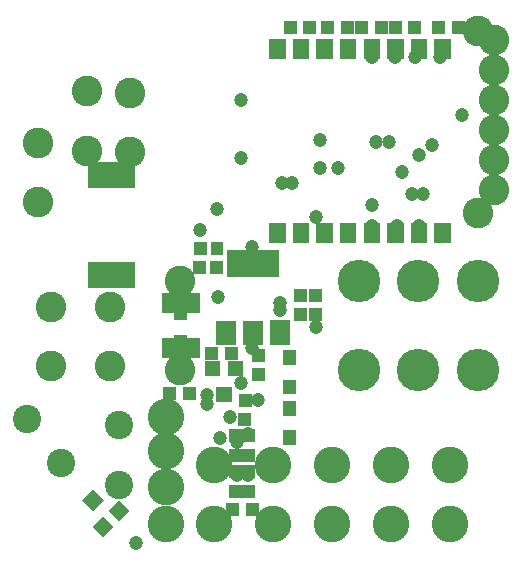
<source format=gbr>
%FSLAX32Y32*%
%MOMM*%
%LNLOETSTOP2*%
G71*
G01*
%ADD10C, 2.60*%
%ADD11C, 3.60*%
%ADD12C, 3.10*%
%ADD13C, 1.20*%
%ADD14C, 2.60*%
%ADD15C, 2.60*%
%ADD16C, 2.40*%
%LPD*%
X5409Y6454D02*
G54D10*
D03*
X5409Y5701D02*
G54D10*
D03*
X6922Y5698D02*
G54D11*
D03*
X6922Y6451D02*
G54D11*
D03*
X7424Y5698D02*
G54D11*
D03*
X7424Y6451D02*
G54D11*
D03*
X7926Y5698D02*
G54D11*
D03*
X7926Y6451D02*
G54D11*
D03*
X5691Y4396D02*
G54D12*
D03*
X5691Y4896D02*
G54D12*
D03*
X6191Y4396D02*
G54D12*
D03*
X6191Y4896D02*
G54D12*
D03*
X6691Y4396D02*
G54D12*
D03*
X6691Y4896D02*
G54D12*
D03*
X7191Y4396D02*
G54D12*
D03*
X7191Y4896D02*
G54D12*
D03*
X7691Y4396D02*
G54D12*
D03*
X7691Y4896D02*
G54D12*
D03*
X5286Y5301D02*
G54D12*
D03*
X5286Y5015D02*
G54D12*
D03*
X5286Y4396D02*
G54D12*
D03*
G36*
X5572Y6354D02*
X5572Y6184D01*
X5252Y6184D01*
X5252Y6354D01*
X5572Y6354D01*
G37*
G36*
X5572Y5974D02*
X5572Y5804D01*
X5252Y5804D01*
X5252Y5974D01*
X5572Y5974D01*
G37*
G36*
X5631Y6787D02*
X5631Y6677D01*
X5521Y6677D01*
X5521Y6787D01*
X5631Y6787D01*
G37*
G36*
X5630Y6620D02*
X5630Y6510D01*
X5520Y6510D01*
X5520Y6620D01*
X5630Y6620D01*
G37*
G36*
X5938Y5648D02*
X5808Y5648D01*
X5808Y5778D01*
X5938Y5778D01*
X5938Y5648D01*
G37*
G36*
X5748Y5648D02*
X5618Y5648D01*
X5618Y5778D01*
X5748Y5778D01*
X5748Y5648D01*
G37*
G36*
X5843Y5426D02*
X5713Y5426D01*
X5713Y5556D01*
X5843Y5556D01*
X5843Y5426D01*
G37*
X5636Y5412D02*
G54D13*
D03*
X5636Y5492D02*
G54D13*
D03*
X4985Y8047D02*
G54D14*
D03*
X4985Y7547D02*
G54D14*
D03*
X7931Y8568D02*
G54D14*
D03*
X7931Y7028D02*
G54D14*
D03*
X4811Y6238D02*
G54D15*
D03*
X4811Y5738D02*
G54D15*
D03*
X4311Y6238D02*
G54D15*
D03*
X4311Y5738D02*
G54D15*
D03*
X6271Y7285D02*
G54D13*
D03*
X6350Y7285D02*
G54D13*
D03*
G36*
X6340Y5911D02*
X6170Y5911D01*
X6170Y6121D01*
X6340Y6121D01*
X6340Y5911D01*
G37*
G36*
X6110Y5910D02*
X5940Y5910D01*
X5940Y6120D01*
X6110Y6120D01*
X6110Y5910D01*
G37*
G36*
X5880Y5910D02*
X5710Y5910D01*
X5710Y6120D01*
X5880Y6120D01*
X5880Y5910D01*
G37*
G36*
X6244Y6487D02*
X5804Y6487D01*
X5804Y6717D01*
X6244Y6717D01*
X6244Y6487D01*
G37*
X5731Y6317D02*
G54D13*
D03*
G36*
X6124Y5882D02*
X6124Y5772D01*
X6014Y5772D01*
X6014Y5882D01*
X6124Y5882D01*
G37*
G36*
X6123Y5715D02*
X6123Y5605D01*
X6013Y5605D01*
X6013Y5715D01*
X6123Y5715D01*
G37*
X6017Y5888D02*
G54D13*
D03*
X6017Y6746D02*
G54D13*
D03*
G36*
X6012Y5501D02*
X6012Y5391D01*
X5902Y5391D01*
X5902Y5501D01*
X6012Y5501D01*
G37*
G36*
X6011Y5334D02*
X6011Y5224D01*
X5901Y5224D01*
X5901Y5334D01*
X6011Y5334D01*
G37*
G36*
X6044Y5200D02*
X6044Y5090D01*
X5934Y5090D01*
X5934Y5200D01*
X6044Y5200D01*
G37*
G36*
X6043Y5033D02*
X6043Y4923D01*
X5933Y4923D01*
X5933Y5033D01*
X6043Y5033D01*
G37*
X5826Y5301D02*
G54D13*
D03*
X5985Y5158D02*
G54D13*
D03*
X6064Y5444D02*
G54D13*
D03*
X7398Y8349D02*
G54D13*
D03*
X8064Y8492D02*
G54D14*
D03*
X8064Y8238D02*
G54D14*
D03*
X8064Y7984D02*
G54D14*
D03*
X8064Y7730D02*
G54D14*
D03*
G36*
X5774Y6787D02*
X5774Y6677D01*
X5664Y6677D01*
X5664Y6787D01*
X5774Y6787D01*
G37*
G36*
X5773Y6620D02*
X5773Y6510D01*
X5663Y6510D01*
X5663Y6620D01*
X5773Y6620D01*
G37*
X5572Y6888D02*
G54D13*
D03*
X7795Y7857D02*
G54D13*
D03*
G36*
X4626Y6398D02*
X4626Y6618D01*
X5021Y6618D01*
X5021Y6398D01*
X4626Y6398D01*
G37*
G36*
X4627Y7239D02*
X4627Y7459D01*
X5022Y7459D01*
X5022Y7239D01*
X4627Y7239D01*
G37*
X4620Y8063D02*
G54D14*
D03*
X4620Y7555D02*
G54D14*
D03*
X4207Y7127D02*
G54D15*
D03*
X4207Y7627D02*
G54D15*
D03*
X7033Y7095D02*
G54D13*
D03*
X7033Y6920D02*
G54D13*
D03*
X5715Y7063D02*
G54D13*
D03*
X7223Y8349D02*
G54D13*
D03*
G36*
X5897Y5786D02*
X5787Y5786D01*
X5787Y5896D01*
X5897Y5896D01*
X5897Y5786D01*
G37*
G36*
X5730Y5785D02*
X5620Y5785D01*
X5620Y5895D01*
X5730Y5895D01*
X5730Y5785D01*
G37*
G36*
X6044Y4898D02*
X6044Y4788D01*
X5934Y4788D01*
X5934Y4898D01*
X6044Y4898D01*
G37*
G36*
X6043Y4731D02*
X6043Y4621D01*
X5933Y4621D01*
X5933Y4731D01*
X6043Y4731D01*
G37*
G36*
X5539Y5450D02*
X5429Y5450D01*
X5429Y5560D01*
X5539Y5560D01*
X5539Y5450D01*
G37*
G36*
X5372Y5451D02*
X5262Y5451D01*
X5262Y5561D01*
X5372Y5561D01*
X5372Y5451D01*
G37*
X5985Y4809D02*
G54D13*
D03*
G36*
X6072Y4468D02*
X5962Y4468D01*
X5962Y4578D01*
X6072Y4578D01*
X6072Y4468D01*
G37*
G36*
X5905Y4467D02*
X5795Y4467D01*
X5795Y4577D01*
X5905Y4577D01*
X5905Y4467D01*
G37*
X5286Y4714D02*
G54D12*
D03*
G36*
X5933Y5200D02*
X5933Y5090D01*
X5823Y5090D01*
X5823Y5200D01*
X5933Y5200D01*
G37*
G36*
X5932Y5033D02*
X5932Y4923D01*
X5822Y4923D01*
X5822Y5033D01*
X5932Y5033D01*
G37*
G36*
X5933Y4898D02*
X5933Y4788D01*
X5823Y4788D01*
X5823Y4898D01*
X5933Y4898D01*
G37*
G36*
X5932Y4731D02*
X5932Y4621D01*
X5822Y4621D01*
X5822Y4731D01*
X5932Y4731D01*
G37*
X5890Y4809D02*
G54D13*
D03*
X5890Y5095D02*
G54D13*
D03*
X5921Y5587D02*
G54D13*
D03*
X5747Y5126D02*
G54D13*
D03*
X7033Y8349D02*
G54D13*
D03*
X5921Y7492D02*
G54D13*
D03*
X5921Y7984D02*
G54D13*
D03*
X4402Y4915D02*
G54D16*
D03*
X4107Y5290D02*
G54D16*
D03*
X4890Y4729D02*
G54D16*
D03*
X4890Y5237D02*
G54D16*
D03*
G36*
X4666Y4376D02*
X4758Y4468D01*
X4850Y4376D01*
X4758Y4284D01*
X4666Y4376D01*
G37*
G36*
X4801Y4511D02*
X4893Y4603D01*
X4985Y4511D01*
X4893Y4419D01*
X4801Y4511D01*
G37*
G36*
X4577Y4601D02*
X4669Y4692D01*
X4760Y4601D01*
X4669Y4509D01*
X4577Y4601D01*
G37*
G36*
X6390Y5438D02*
X6390Y5313D01*
X6280Y5314D01*
X6280Y5439D01*
X6390Y5438D01*
G37*
G36*
X6390Y5192D02*
X6390Y5067D01*
X6280Y5066D01*
X6280Y5191D01*
X6390Y5192D01*
G37*
G36*
X5469Y6248D02*
X5469Y6123D01*
X5359Y6123D01*
X5359Y6248D01*
X5469Y6248D01*
G37*
G36*
X5469Y6001D02*
X5469Y5876D01*
X5359Y5876D01*
X5359Y6001D01*
X5469Y6001D01*
G37*
G36*
X6371Y6114D02*
X6371Y6224D01*
X6481Y6224D01*
X6481Y6114D01*
X6371Y6114D01*
G37*
G36*
X6370Y6281D02*
X6370Y6391D01*
X6480Y6391D01*
X6480Y6281D01*
X6370Y6281D01*
G37*
G36*
X6498Y6114D02*
X6498Y6224D01*
X6608Y6224D01*
X6608Y6114D01*
X6498Y6114D01*
G37*
G36*
X6497Y6281D02*
X6497Y6391D01*
X6607Y6391D01*
X6607Y6281D01*
X6497Y6281D01*
G37*
X6556Y6063D02*
G54D13*
D03*
X7430Y6920D02*
G54D13*
D03*
G36*
X7815Y8549D02*
X7705Y8549D01*
X7705Y8659D01*
X7815Y8659D01*
X7815Y8549D01*
G37*
G36*
X7648Y8548D02*
X7538Y8548D01*
X7538Y8658D01*
X7648Y8658D01*
X7648Y8548D01*
G37*
G36*
X7449Y8549D02*
X7339Y8549D01*
X7339Y8659D01*
X7449Y8659D01*
X7449Y8549D01*
G37*
G36*
X7282Y8548D02*
X7172Y8548D01*
X7172Y8658D01*
X7282Y8658D01*
X7282Y8548D01*
G37*
G36*
X7164Y8549D02*
X7054Y8549D01*
X7054Y8659D01*
X7164Y8659D01*
X7164Y8549D01*
G37*
G36*
X6997Y8548D02*
X6887Y8548D01*
X6887Y8658D01*
X6997Y8658D01*
X6997Y8548D01*
G37*
G36*
X6878Y8549D02*
X6768Y8549D01*
X6768Y8659D01*
X6878Y8659D01*
X6878Y8549D01*
G37*
G36*
X6711Y8548D02*
X6601Y8548D01*
X6601Y8658D01*
X6711Y8658D01*
X6711Y8548D01*
G37*
G36*
X6560Y8549D02*
X6450Y8549D01*
X6450Y8659D01*
X6560Y8659D01*
X6560Y8549D01*
G37*
G36*
X6393Y8548D02*
X6283Y8548D01*
X6283Y8658D01*
X6393Y8658D01*
X6393Y8548D01*
G37*
G36*
X7560Y6944D02*
X7700Y6944D01*
X7700Y6774D01*
X7560Y6774D01*
X7560Y6944D01*
G37*
G36*
X7360Y6944D02*
X7500Y6944D01*
X7500Y6774D01*
X7360Y6774D01*
X7360Y6944D01*
G37*
G36*
X7160Y6944D02*
X7300Y6944D01*
X7300Y6774D01*
X7160Y6774D01*
X7160Y6944D01*
G37*
G36*
X6960Y6944D02*
X7100Y6944D01*
X7100Y6774D01*
X6960Y6774D01*
X6960Y6944D01*
G37*
G36*
X6760Y6944D02*
X6900Y6944D01*
X6900Y6774D01*
X6760Y6774D01*
X6760Y6944D01*
G37*
G36*
X6560Y6944D02*
X6700Y6944D01*
X6700Y6774D01*
X6560Y6774D01*
X6560Y6944D01*
G37*
G36*
X6360Y6944D02*
X6500Y6944D01*
X6500Y6774D01*
X6360Y6774D01*
X6360Y6944D01*
G37*
G36*
X6160Y6944D02*
X6300Y6944D01*
X6300Y6774D01*
X6160Y6774D01*
X6160Y6944D01*
G37*
G36*
X7560Y8507D02*
X7700Y8507D01*
X7700Y8337D01*
X7560Y8337D01*
X7560Y8507D01*
G37*
G36*
X7360Y8507D02*
X7500Y8507D01*
X7500Y8337D01*
X7360Y8337D01*
X7360Y8507D01*
G37*
G36*
X7160Y8507D02*
X7300Y8507D01*
X7300Y8337D01*
X7160Y8337D01*
X7160Y8507D01*
G37*
G36*
X6960Y8507D02*
X7100Y8507D01*
X7100Y8337D01*
X6960Y8337D01*
X6960Y8507D01*
G37*
G36*
X6760Y8507D02*
X6900Y8507D01*
X6900Y8337D01*
X6760Y8337D01*
X6760Y8507D01*
G37*
G36*
X6560Y8507D02*
X6700Y8507D01*
X6700Y8337D01*
X6560Y8337D01*
X6560Y8507D01*
G37*
G36*
X6360Y8507D02*
X6500Y8507D01*
X6500Y8337D01*
X6360Y8337D01*
X6360Y8507D01*
G37*
G36*
X6160Y8507D02*
X6300Y8507D01*
X6300Y8337D01*
X6160Y8337D01*
X6160Y8507D01*
G37*
X7604Y8349D02*
G54D13*
D03*
X7239Y6920D02*
G54D13*
D03*
X7366Y7190D02*
G54D13*
D03*
X7461Y7190D02*
G54D13*
D03*
X7430Y7524D02*
G54D13*
D03*
X7541Y7603D02*
G54D13*
D03*
X7064Y7635D02*
G54D13*
D03*
X7176Y7635D02*
G54D13*
D03*
G36*
X6390Y5867D02*
X6390Y5742D01*
X6280Y5742D01*
X6280Y5867D01*
X6390Y5867D01*
G37*
G36*
X6390Y5620D02*
X6390Y5495D01*
X6280Y5495D01*
X6280Y5620D01*
X6390Y5620D01*
G37*
X6255Y6206D02*
G54D13*
D03*
X6255Y6269D02*
G54D13*
D03*
X5032Y4237D02*
G54D13*
D03*
X6556Y7000D02*
G54D13*
D03*
X6588Y7412D02*
G54D13*
D03*
X6588Y7650D02*
G54D13*
D03*
X8064Y7222D02*
G54D14*
D03*
X8064Y7476D02*
G54D14*
D03*
X6747Y7412D02*
G54D13*
D03*
X7287Y7381D02*
G54D13*
D03*
M02*

</source>
